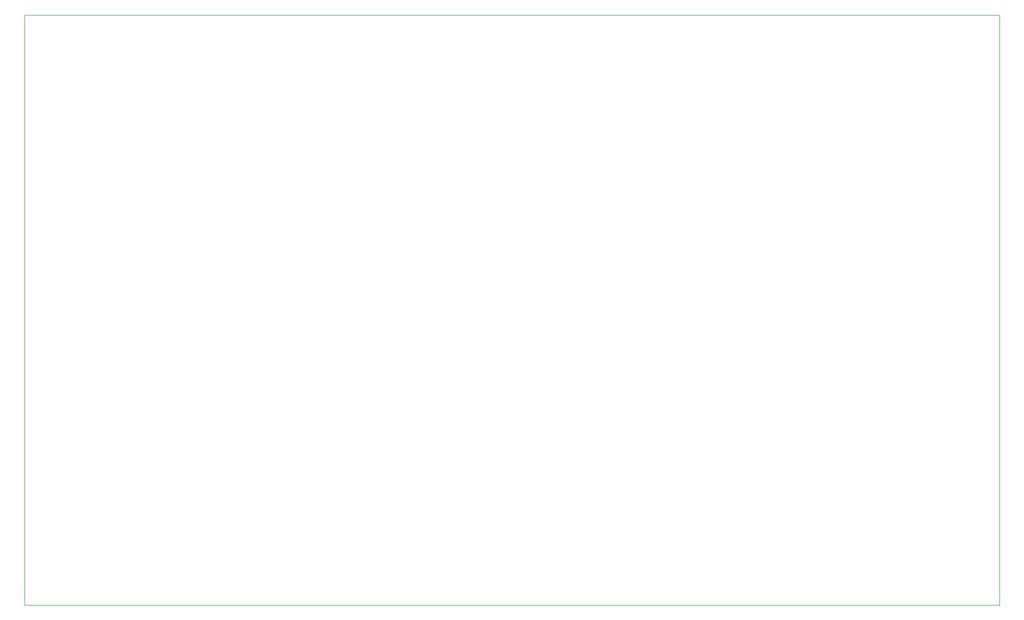
<source format=gm1>
G04 #@! TF.GenerationSoftware,KiCad,Pcbnew,5.1.5-52549c5~86~ubuntu18.04.1*
G04 #@! TF.CreationDate,2020-12-07T22:29:05-08:00*
G04 #@! TF.ProjectId,multiple_PCBs,6d756c74-6970-46c6-955f-504342732e6b,rev?*
G04 #@! TF.SameCoordinates,Original*
G04 #@! TF.FileFunction,Profile,NP*
%FSLAX46Y46*%
G04 Gerber Fmt 4.6, Leading zero omitted, Abs format (unit mm)*
G04 Created by KiCad (PCBNEW 5.1.5-52549c5~86~ubuntu18.04.1) date 2020-12-07 22:29:05*
%MOMM*%
%LPD*%
G04 APERTURE LIST*
%ADD10C,0.099060*%
%ADD11C,0.100000*%
G04 APERTURE END LIST*
D10*
X137000000Y-59000000D02*
X137000000Y-159000000D01*
D11*
X302000000Y-59000000D02*
X137000000Y-59000000D01*
X137000000Y-159000000D02*
X302000000Y-159000000D01*
X302000000Y-59000000D02*
X302000000Y-159000000D01*
M02*

</source>
